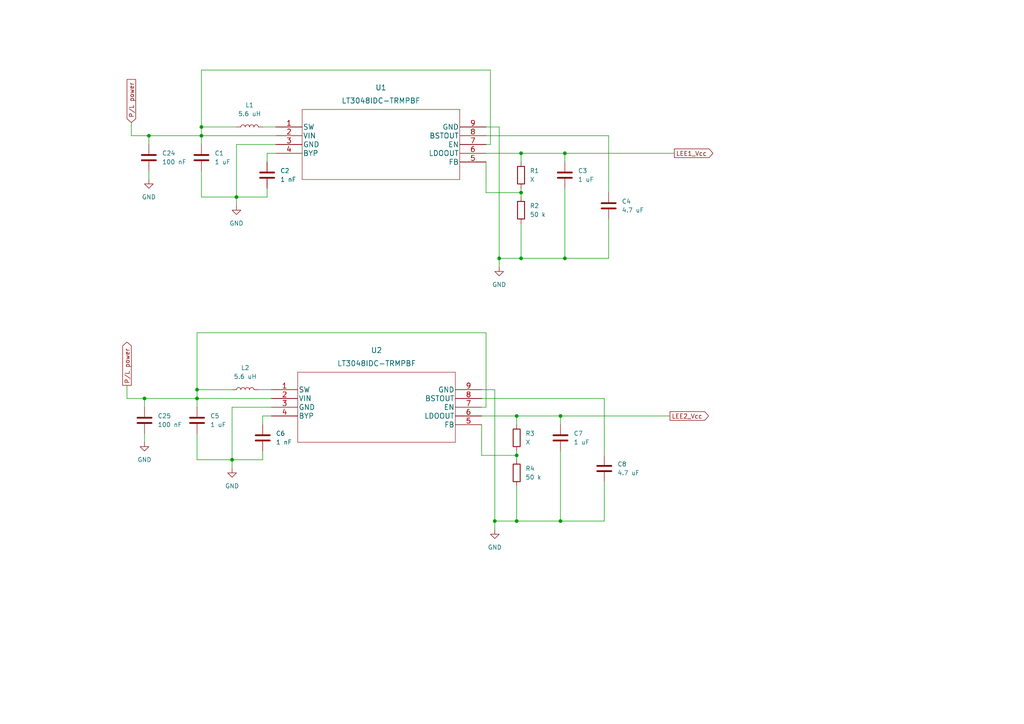
<source format=kicad_sch>
(kicad_sch (version 20211123) (generator eeschema)
  (paper "A4")
  (lib_symbols
    (symbol "Device:C" (pin_numbers hide) (pin_names (offset 0.254))
      (property "Reference" "C" (at 0.635 2.54 0))
      (property "Value" "C" (at 0.635 -2.54 0))
      (symbol "C_0_1"
        (polyline (pts (xy -2.032 -0.762) (xy 2.032 -0.762)) (stroke (width 0.508)))
        (polyline (pts (xy -2.032 0.762) (xy 2.032 0.762)) (stroke (width 0.508)))
      )
      (symbol "C_1_1"
        (pin passive line (at 0 3.81 270) (length 2.794) (name "~") (number "1"))
        (pin passive line (at 0 -3.81 90) (length 2.794) (name "~") (number "2"))
      )
    )
    (symbol "Device:L" (pin_numbers hide) (pin_names (offset 1.016) hide)
      (property "Reference" "L" (at -1.27 0 90))
      (property "Value" "L" (at 1.905 0 90))
      (symbol "L_0_1"
        (arc (start 0 -2.54) (mid 0.635 -1.905) (end 0 -1.27))
        (arc (start 0 -1.27) (mid 0.635 -0.635) (end 0 0))
        (arc (start 0 0) (mid 0.635 0.635) (end 0 1.27))
        (arc (start 0 1.27) (mid 0.635 1.905) (end 0 2.54))
      )
      (symbol "L_1_1"
        (pin passive line (at 0 3.81 270) (length 1.27) (name "1") (number "1"))
        (pin passive line (at 0 -3.81 90) (length 1.27) (name "2") (number "2"))
      )
    )
    (symbol "Device:R" (pin_numbers hide) (pin_names (offset 0))
      (property "Reference" "R" (at 2.032 0 90))
      (property "Value" "R" (at 0 0 90))
      (symbol "R_0_1"
        (rectangle (start -1.016 -2.54) (end 1.016 2.54) (stroke (width 0.254)))
      )
      (symbol "R_1_1"
        (pin passive line (at 0 3.81 270) (length 1.27) (name "~") (number "1"))
        (pin passive line (at 0 -3.81 90) (length 1.27) (name "~") (number "2"))
      )
    )
    (symbol "lt3048idc_TRMPBF:LT3048IDC-TRMPBF" (pin_names (offset 0.254))
      (property "Reference" "U" (at 30.48 10.16 0))
      (property "Value" "LT3048IDC-TRMPBF" (at 30.48 7.62 0))
      (symbol "LT3048IDC-TRMPBF_1_1"
        (polyline (pts (xy 7.62 -15.24) (xy 53.34 -15.24)) (stroke (width 0.127)))
        (polyline (pts (xy 7.62 5.08) (xy 7.62 -15.24)) (stroke (width 0.127)))
        (polyline (pts (xy 53.34 -15.24) (xy 53.34 5.08)) (stroke (width 0.127)))
        (polyline (pts (xy 53.34 5.08) (xy 7.62 5.08)) (stroke (width 0.127)))
        (pin unspecified line (at 0 0 0) (length 7.62) (name "SW") (number "1"))
        (pin input line (at 0 -2.54 0) (length 7.62) (name "VIN") (number "2"))
        (pin power_in line (at 0 -5.08 0) (length 7.62) (name "GND") (number "3"))
        (pin unspecified line (at 0 -7.62 0) (length 7.62) (name "BYP") (number "4"))
        (pin unspecified line (at 60.96 -10.16 180) (length 7.62) (name "FB") (number "5"))
        (pin output line (at 60.96 -7.62 180) (length 7.62) (name "LDOOUT") (number "6"))
        (pin input line (at 60.96 -5.08 180) (length 7.62) (name "EN") (number "7"))
        (pin output line (at 60.96 -2.54 180) (length 7.62) (name "BSTOUT") (number "8"))
        (pin power_in line (at 60.96 0 180) (length 7.62) (name "GND") (number "9"))
      )
    )
    (symbol "power:GND" (power) (pin_names (offset 0))
      (property "Value" "GND" (at 0 -3.81 0))
      (symbol "GND_0_1"
        (polyline (pts (xy 0 0) (xy 0 -1.27) (xy 1.27 -1.27) (xy 0 -2.54) (xy -1.27 -1.27) (xy 0 -1.27)))
      )
      (symbol "GND_1_1"
        (pin power_in line (at 0 0 270) (length 0) hide (name "GND") (number "1"))
      )
    )
  )
  (junction (at 143.51 151.13))
  (junction (at 149.86 132.08))
  (junction (at 43.18 39.37))
  (junction (at 58.42 39.37))
  (junction (at 151.13 55.88))
  (junction (at 67.31 133.35))
  (junction (at 57.15 115.57))
  (junction (at 58.42 36.83))
  (junction (at 144.78 74.93))
  (junction (at 162.56 120.65))
  (junction (at 57.15 113.03))
  (junction (at 163.83 74.93))
  (junction (at 149.86 151.13))
  (junction (at 163.83 44.45))
  (junction (at 162.56 151.13))
  (junction (at 149.86 120.65))
  (junction (at 151.13 74.93))
  (junction (at 41.91 115.57))
  (junction (at 151.13 44.45))
  (junction (at 68.58 57.15))
  (wire (pts (xy 151.13 54.61) (xy 151.13 55.88)))
  (wire (pts (xy 77.47 57.15) (xy 68.58 57.15)))
  (wire (pts (xy 151.13 44.45) (xy 163.83 44.45)))
  (wire (pts (xy 36.83 115.57) (xy 41.91 115.57)))
  (wire (pts (xy 43.18 49.53) (xy 43.18 52.07)))
  (wire (pts (xy 163.83 54.61) (xy 163.83 74.93)))
  (wire (pts (xy 67.31 113.03) (xy 57.15 113.03)))
  (wire (pts (xy 151.13 74.93) (xy 163.83 74.93)))
  (wire (pts (xy 58.42 49.53) (xy 58.42 57.15)))
  (wire (pts (xy 57.15 115.57) (xy 78.74 115.57)))
  (wire (pts (xy 139.7 132.08) (xy 139.7 123.19)))
  (wire (pts (xy 80.01 44.45) (xy 77.47 44.45)))
  (wire (pts (xy 149.86 132.08) (xy 139.7 132.08)))
  (wire (pts (xy 58.42 39.37) (xy 80.01 39.37)))
  (wire (pts (xy 163.83 74.93) (xy 176.53 74.93)))
  (wire (pts (xy 176.53 39.37) (xy 176.53 55.88)))
  (wire (pts (xy 143.51 151.13) (xy 149.86 151.13)))
  (wire (pts (xy 149.86 120.65) (xy 149.86 123.19)))
  (wire (pts (xy 142.24 41.91) (xy 142.24 20.32)))
  (wire (pts (xy 140.97 55.88) (xy 140.97 46.99)))
  (wire (pts (xy 58.42 36.83) (xy 58.42 39.37)))
  (wire (pts (xy 149.86 140.97) (xy 149.86 151.13)))
  (wire (pts (xy 162.56 120.65) (xy 194.31 120.65)))
  (wire (pts (xy 144.78 36.83) (xy 144.78 74.93)))
  (wire (pts (xy 38.1 39.37) (xy 43.18 39.37)))
  (wire (pts (xy 43.18 39.37) (xy 58.42 39.37)))
  (wire (pts (xy 57.15 113.03) (xy 57.15 115.57)))
  (wire (pts (xy 67.31 133.35) (xy 67.31 135.89)))
  (wire (pts (xy 41.91 115.57) (xy 57.15 115.57)))
  (wire (pts (xy 77.47 44.45) (xy 77.47 46.99)))
  (wire (pts (xy 149.86 132.08) (xy 149.86 133.35)))
  (wire (pts (xy 41.91 115.57) (xy 41.91 118.11)))
  (wire (pts (xy 58.42 57.15) (xy 68.58 57.15)))
  (wire (pts (xy 68.58 36.83) (xy 58.42 36.83)))
  (wire (pts (xy 176.53 63.5) (xy 176.53 74.93)))
  (wire (pts (xy 140.97 36.83) (xy 144.78 36.83)))
  (wire (pts (xy 38.1 35.56) (xy 38.1 39.37)))
  (wire (pts (xy 151.13 44.45) (xy 151.13 46.99)))
  (wire (pts (xy 41.91 125.73) (xy 41.91 128.27)))
  (wire (pts (xy 143.51 113.03) (xy 143.51 151.13)))
  (wire (pts (xy 140.97 41.91) (xy 142.24 41.91)))
  (wire (pts (xy 149.86 130.81) (xy 149.86 132.08)))
  (wire (pts (xy 76.2 36.83) (xy 80.01 36.83)))
  (wire (pts (xy 67.31 118.11) (xy 67.31 133.35)))
  (wire (pts (xy 78.74 120.65) (xy 76.2 120.65)))
  (wire (pts (xy 74.93 113.03) (xy 78.74 113.03)))
  (wire (pts (xy 175.26 115.57) (xy 175.26 132.08)))
  (wire (pts (xy 78.74 118.11) (xy 67.31 118.11)))
  (wire (pts (xy 57.15 133.35) (xy 67.31 133.35)))
  (wire (pts (xy 68.58 57.15) (xy 68.58 59.69)))
  (wire (pts (xy 144.78 74.93) (xy 144.78 77.47)))
  (wire (pts (xy 149.86 120.65) (xy 162.56 120.65)))
  (wire (pts (xy 80.01 41.91) (xy 68.58 41.91)))
  (wire (pts (xy 36.83 111.76) (xy 36.83 115.57)))
  (wire (pts (xy 149.86 151.13) (xy 162.56 151.13)))
  (wire (pts (xy 140.97 39.37) (xy 176.53 39.37)))
  (wire (pts (xy 162.56 120.65) (xy 162.56 123.19)))
  (wire (pts (xy 76.2 120.65) (xy 76.2 123.19)))
  (wire (pts (xy 58.42 39.37) (xy 58.42 41.91)))
  (wire (pts (xy 143.51 151.13) (xy 143.51 153.67)))
  (wire (pts (xy 68.58 41.91) (xy 68.58 57.15)))
  (wire (pts (xy 139.7 118.11) (xy 140.97 118.11)))
  (wire (pts (xy 140.97 96.52) (xy 57.15 96.52)))
  (wire (pts (xy 162.56 130.81) (xy 162.56 151.13)))
  (wire (pts (xy 77.47 54.61) (xy 77.47 57.15)))
  (wire (pts (xy 140.97 44.45) (xy 151.13 44.45)))
  (wire (pts (xy 163.83 44.45) (xy 163.83 46.99)))
  (wire (pts (xy 151.13 55.88) (xy 151.13 57.15)))
  (wire (pts (xy 57.15 125.73) (xy 57.15 133.35)))
  (wire (pts (xy 57.15 96.52) (xy 57.15 113.03)))
  (wire (pts (xy 140.97 118.11) (xy 140.97 96.52)))
  (wire (pts (xy 163.83 44.45) (xy 195.58 44.45)))
  (wire (pts (xy 139.7 120.65) (xy 149.86 120.65)))
  (wire (pts (xy 139.7 115.57) (xy 175.26 115.57)))
  (wire (pts (xy 162.56 151.13) (xy 175.26 151.13)))
  (wire (pts (xy 144.78 74.93) (xy 151.13 74.93)))
  (wire (pts (xy 151.13 55.88) (xy 140.97 55.88)))
  (wire (pts (xy 151.13 64.77) (xy 151.13 74.93)))
  (wire (pts (xy 76.2 130.81) (xy 76.2 133.35)))
  (wire (pts (xy 43.18 39.37) (xy 43.18 41.91)))
  (wire (pts (xy 57.15 115.57) (xy 57.15 118.11)))
  (wire (pts (xy 58.42 20.32) (xy 58.42 36.83)))
  (wire (pts (xy 139.7 113.03) (xy 143.51 113.03)))
  (wire (pts (xy 142.24 20.32) (xy 58.42 20.32)))
  (wire (pts (xy 76.2 133.35) (xy 67.31 133.35)))
  (wire (pts (xy 175.26 139.7) (xy 175.26 151.13)))
  (global_label "LEE2_Vcc" (shape output) (at 194.31 120.65 0) (property "Intersheet References" "${INTERSHEET_REFS}" (effects hide)))
  (global_label "P{slash}L power" (shape input) (at 38.1 35.56 90) (property "Intersheet References" "${INTERSHEET_REFS}" (effects hide)))
  (global_label "LEE1_Vcc" (shape output) (at 195.58 44.45 0) (property "Intersheet References" "${INTERSHEET_REFS}" (effects hide)))
  (global_label "P{slash}L power" (shape output) (at 36.83 111.76 90) (property "Intersheet References" "${INTERSHEET_REFS}" (effects hide)))
  (symbol (lib_id "power:GND") (at 144.78 77.47 0) (unit 1)
    (property "Reference" "#PWR0104" (effects hide))
    (property "Value" "GND" (at 144.78 82.55 0))
  )
  (symbol (lib_id "lt3048idc_TRMPBF:LT3048IDC-TRMPBF") (at 80.01 36.83 0) (unit 1)
    (property "Reference" "U1" (at 110.49 25.4 0) (effects (font (size 1.524 1.524))))
    (property "Value" "LT3048IDC-TRMPBF" (at 110.49 29.21 0) (effects (font (size 1.524 1.524))))
    (property "Footprint" "footprints:LT3048IDC-TRMPBF" (effects hide))
  )
  (symbol (lib_id "Device:C") (at 163.83 50.8 0) (unit 1)
    (property "Reference" "C3" (at 167.64 49.5299 0) (effects (justify left)))
    (property "Value" "1 uF" (at 167.64 52.0699 0) (effects (justify left)))
    (property "Footprint" "Capacitor_SMD:C_0603_1608Metric_Pad1.08x0.95mm_HandSolder" (effects hide))
  )
  (symbol (lib_id "power:GND") (at 43.18 52.07 0) (unit 1)
    (property "Reference" "#PWR0137" (effects hide))
    (property "Value" "GND" (at 43.18 57.15 0))
  )
  (symbol (lib_id "Device:C") (at 76.2 127 0) (unit 1)
    (property "Reference" "C6" (at 80.01 125.7299 0) (effects (justify left)))
    (property "Value" "1 nF" (at 80.01 128.2699 0) (effects (justify left)))
    (property "Footprint" "Capacitor_SMD:C_0603_1608Metric_Pad1.08x0.95mm_HandSolder" (effects hide))
  )
  (symbol (lib_id "Device:R") (at 149.86 137.16 0) (unit 1)
    (property "Reference" "R4" (at 152.4 135.8899 0) (effects (justify left)))
    (property "Value" "50 k" (at 152.4 138.4299 0) (effects (justify left)))
    (property "Footprint" "Resistor_SMD:R_0603_1608Metric_Pad0.98x0.95mm_HandSolder" (effects hide))
  )
  (symbol (lib_id "Device:C") (at 57.15 121.92 0) (unit 1)
    (property "Reference" "C5" (at 60.96 120.6499 0) (effects (justify left)))
    (property "Value" "1 uF" (at 60.96 123.1899 0) (effects (justify left)))
    (property "Footprint" "Capacitor_SMD:C_0603_1608Metric_Pad1.08x0.95mm_HandSolder" (effects hide))
  )
  (symbol (lib_id "Device:C") (at 43.18 45.72 0) (unit 1)
    (property "Reference" "C24" (at 46.99 44.4499 0) (effects (justify left)))
    (property "Value" "100 nF" (at 46.99 46.9899 0) (effects (justify left)))
    (property "Footprint" "Capacitor_SMD:C_0603_1608Metric_Pad1.08x0.95mm_HandSolder" (effects hide))
  )
  (symbol (lib_id "Device:R") (at 151.13 60.96 0) (unit 1)
    (property "Reference" "R2" (at 153.67 59.6899 0) (effects (justify left)))
    (property "Value" "50 k" (at 153.67 62.2299 0) (effects (justify left)))
    (property "Footprint" "Resistor_SMD:R_0603_1608Metric_Pad0.98x0.95mm_HandSolder" (effects hide))
  )
  (symbol (lib_id "Device:C") (at 175.26 135.89 0) (unit 1)
    (property "Reference" "C8" (at 179.07 134.6199 0) (effects (justify left)))
    (property "Value" "4.7 uF" (at 179.07 137.1599 0) (effects (justify left)))
    (property "Footprint" "Capacitor_SMD:C_0603_1608Metric_Pad1.08x0.95mm_HandSolder" (effects hide))
  )
  (symbol (lib_id "power:GND") (at 143.51 153.67 0) (unit 1)
    (property "Reference" "#PWR0101" (effects hide))
    (property "Value" "GND" (at 143.51 158.75 0))
  )
  (symbol (lib_id "Device:C") (at 58.42 45.72 0) (unit 1)
    (property "Reference" "C1" (at 62.23 44.4499 0) (effects (justify left)))
    (property "Value" "1 uF" (at 62.23 46.9899 0) (effects (justify left)))
    (property "Footprint" "Capacitor_SMD:C_0603_1608Metric_Pad1.08x0.95mm_HandSolder" (effects hide))
  )
  (symbol (lib_id "Device:C") (at 176.53 59.69 0) (unit 1)
    (property "Reference" "C4" (at 180.34 58.4199 0) (effects (justify left)))
    (property "Value" "4.7 uF" (at 180.34 60.9599 0) (effects (justify left)))
    (property "Footprint" "Capacitor_SMD:C_0603_1608Metric_Pad1.08x0.95mm_HandSolder" (effects hide))
  )
  (symbol (lib_id "power:GND") (at 67.31 135.89 0) (unit 1)
    (property "Reference" "#PWR0106" (effects hide))
    (property "Value" "GND" (at 67.31 140.97 0))
  )
  (symbol (lib_id "power:GND") (at 41.91 128.27 0) (unit 1)
    (property "Reference" "#PWR0138" (effects hide))
    (property "Value" "GND" (at 41.91 133.35 0))
  )
  (symbol (lib_id "Device:R") (at 149.86 127 0) (unit 1)
    (property "Reference" "R3" (at 152.4 125.7299 0) (effects (justify left)))
    (property "Value" "X" (at 152.4 128.2699 0) (effects (justify left)))
    (property "Footprint" "Resistor_SMD:R_0603_1608Metric_Pad0.98x0.95mm_HandSolder" (effects hide))
  )
  (symbol (lib_id "Device:C") (at 162.56 127 0) (unit 1)
    (property "Reference" "C7" (at 166.37 125.7299 0) (effects (justify left)))
    (property "Value" "1 uF" (at 166.37 128.2699 0) (effects (justify left)))
    (property "Footprint" "Capacitor_SMD:C_0603_1608Metric_Pad1.08x0.95mm_HandSolder" (effects hide))
  )
  (symbol (lib_id "power:GND") (at 68.58 59.69 0) (unit 1)
    (property "Reference" "#PWR0102" (effects hide))
    (property "Value" "GND" (at 68.58 64.77 0))
  )
  (symbol (lib_id "Device:C") (at 41.91 121.92 0) (unit 1)
    (property "Reference" "C25" (at 45.72 120.6499 0) (effects (justify left)))
    (property "Value" "100 nF" (at 45.72 123.1899 0) (effects (justify left)))
    (property "Footprint" "Capacitor_SMD:C_0603_1608Metric_Pad1.08x0.95mm_HandSolder" (effects hide))
  )
  (symbol (lib_id "Device:C") (at 77.47 50.8 0) (unit 1)
    (property "Reference" "C2" (at 81.28 49.5299 0) (effects (justify left)))
    (property "Value" "1 nF" (at 81.28 52.0699 0) (effects (justify left)))
    (property "Footprint" "Capacitor_SMD:C_0603_1608Metric_Pad1.08x0.95mm_HandSolder" (effects hide))
  )
  (symbol (lib_id "lt3048idc_TRMPBF:LT3048IDC-TRMPBF") (at 78.74 113.03 0) (unit 1)
    (property "Reference" "U2" (at 109.22 101.6 0) (effects (font (size 1.524 1.524))))
    (property "Value" "LT3048IDC-TRMPBF" (at 109.22 105.41 0) (effects (font (size 1.524 1.524))))
    (property "Footprint" "footprints:LT3048IDC-TRMPBF" (effects hide))
  )
  (symbol (lib_id "Device:L") (at 71.12 113.03 90) (unit 1)
    (property "Reference" "L2" (at 71.12 106.68 90))
    (property "Value" "5.6 uH" (at 71.12 109.22 90))
    (property "Footprint" "ASPI4030S5R6M-T:ASPI-4030S-100M-T" (effects hide))
  )
  (symbol (lib_id "Device:R") (at 151.13 50.8 0) (unit 1)
    (property "Reference" "R1" (at 153.67 49.5299 0) (effects (justify left)))
    (property "Value" "X" (at 153.67 52.0699 0) (effects (justify left)))
    (property "Footprint" "Resistor_SMD:R_0603_1608Metric_Pad0.98x0.95mm_HandSolder" (effects hide))
  )
  (symbol (lib_id "Device:L") (at 72.39 36.83 90) (unit 1)
    (property "Reference" "L1" (at 72.39 30.48 90))
    (property "Value" "5.6 uH" (at 72.39 33.02 90))
    (property "Footprint" "ASPI4030S5R6M-T:ASPI-4030S-100M-T" (effects hide))
  )
)
</source>
